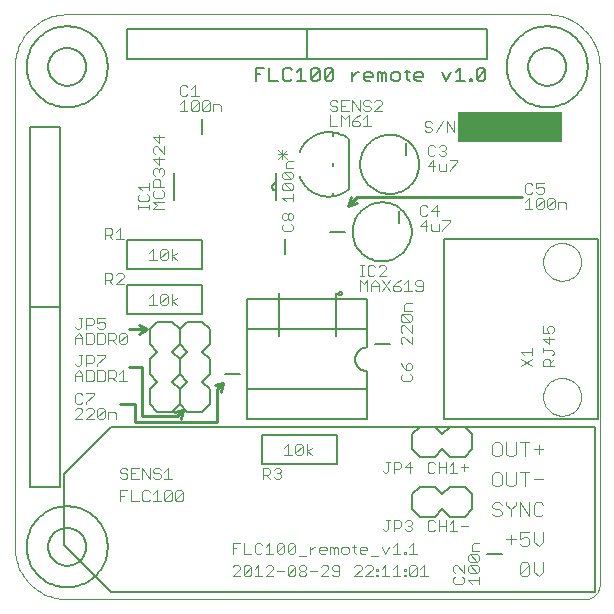
<source format=gto>
G75*
G70*
%OFA0B0*%
%FSLAX24Y24*%
%IPPOS*%
%LPD*%
%AMOC8*
5,1,8,0,0,1.08239X$1,22.5*
%
%ADD10C,0.0000*%
%ADD11C,0.0040*%
%ADD12R,0.3500X0.1000*%
%ADD13C,0.0060*%
%ADD14C,0.0030*%
%ADD15C,0.0100*%
%ADD16C,0.0050*%
%ADD17C,0.0080*%
D10*
X002425Y000675D02*
X019675Y000675D01*
X019719Y000677D01*
X019762Y000683D01*
X019804Y000692D01*
X019846Y000705D01*
X019886Y000722D01*
X019925Y000742D01*
X019962Y000765D01*
X019996Y000792D01*
X020029Y000821D01*
X020058Y000854D01*
X020085Y000888D01*
X020108Y000925D01*
X020128Y000964D01*
X020145Y001004D01*
X020158Y001046D01*
X020167Y001088D01*
X020173Y001131D01*
X020175Y001175D01*
X020175Y018425D01*
X020173Y018508D01*
X020167Y018591D01*
X020157Y018674D01*
X020143Y018756D01*
X020126Y018838D01*
X020104Y018918D01*
X020079Y018997D01*
X020050Y019075D01*
X020017Y019152D01*
X019980Y019227D01*
X019941Y019300D01*
X019897Y019371D01*
X019851Y019440D01*
X019801Y019507D01*
X019748Y019571D01*
X019692Y019633D01*
X019633Y019692D01*
X019571Y019748D01*
X019507Y019801D01*
X019440Y019851D01*
X019371Y019897D01*
X019300Y019941D01*
X019227Y019980D01*
X019152Y020017D01*
X019075Y020050D01*
X018997Y020079D01*
X018918Y020104D01*
X018838Y020126D01*
X018756Y020143D01*
X018674Y020157D01*
X018591Y020167D01*
X018508Y020173D01*
X018425Y020175D01*
X002425Y020175D01*
X002342Y020173D01*
X002259Y020167D01*
X002176Y020157D01*
X002094Y020143D01*
X002012Y020126D01*
X001932Y020104D01*
X001853Y020079D01*
X001775Y020050D01*
X001698Y020017D01*
X001623Y019980D01*
X001550Y019941D01*
X001479Y019897D01*
X001410Y019851D01*
X001343Y019801D01*
X001279Y019748D01*
X001217Y019692D01*
X001158Y019633D01*
X001102Y019571D01*
X001049Y019507D01*
X000999Y019440D01*
X000953Y019371D01*
X000909Y019300D01*
X000870Y019227D01*
X000833Y019152D01*
X000800Y019075D01*
X000771Y018997D01*
X000746Y018918D01*
X000724Y018838D01*
X000707Y018756D01*
X000693Y018674D01*
X000683Y018591D01*
X000677Y018508D01*
X000675Y018425D01*
X000675Y002425D01*
X000677Y002342D01*
X000683Y002259D01*
X000693Y002176D01*
X000707Y002094D01*
X000724Y002012D01*
X000746Y001932D01*
X000771Y001853D01*
X000800Y001775D01*
X000833Y001698D01*
X000870Y001623D01*
X000909Y001550D01*
X000953Y001479D01*
X000999Y001410D01*
X001049Y001343D01*
X001102Y001279D01*
X001158Y001217D01*
X001217Y001158D01*
X001279Y001102D01*
X001343Y001049D01*
X001410Y000999D01*
X001479Y000953D01*
X001550Y000909D01*
X001623Y000870D01*
X001698Y000833D01*
X001775Y000800D01*
X001853Y000771D01*
X001932Y000746D01*
X002012Y000724D01*
X002094Y000707D01*
X002176Y000693D01*
X002259Y000683D01*
X002342Y000677D01*
X002425Y000675D01*
X018295Y007425D02*
X018297Y007475D01*
X018303Y007525D01*
X018313Y007574D01*
X018327Y007622D01*
X018344Y007669D01*
X018365Y007714D01*
X018390Y007758D01*
X018418Y007799D01*
X018450Y007838D01*
X018484Y007875D01*
X018521Y007909D01*
X018561Y007939D01*
X018603Y007966D01*
X018647Y007990D01*
X018693Y008011D01*
X018740Y008027D01*
X018788Y008040D01*
X018838Y008049D01*
X018887Y008054D01*
X018938Y008055D01*
X018988Y008052D01*
X019037Y008045D01*
X019086Y008034D01*
X019134Y008019D01*
X019180Y008001D01*
X019225Y007979D01*
X019268Y007953D01*
X019309Y007924D01*
X019348Y007892D01*
X019384Y007857D01*
X019416Y007819D01*
X019446Y007779D01*
X019473Y007736D01*
X019496Y007692D01*
X019515Y007646D01*
X019531Y007598D01*
X019543Y007549D01*
X019551Y007500D01*
X019555Y007450D01*
X019555Y007400D01*
X019551Y007350D01*
X019543Y007301D01*
X019531Y007252D01*
X019515Y007204D01*
X019496Y007158D01*
X019473Y007114D01*
X019446Y007071D01*
X019416Y007031D01*
X019384Y006993D01*
X019348Y006958D01*
X019309Y006926D01*
X019268Y006897D01*
X019225Y006871D01*
X019180Y006849D01*
X019134Y006831D01*
X019086Y006816D01*
X019037Y006805D01*
X018988Y006798D01*
X018938Y006795D01*
X018887Y006796D01*
X018838Y006801D01*
X018788Y006810D01*
X018740Y006823D01*
X018693Y006839D01*
X018647Y006860D01*
X018603Y006884D01*
X018561Y006911D01*
X018521Y006941D01*
X018484Y006975D01*
X018450Y007012D01*
X018418Y007051D01*
X018390Y007092D01*
X018365Y007136D01*
X018344Y007181D01*
X018327Y007228D01*
X018313Y007276D01*
X018303Y007325D01*
X018297Y007375D01*
X018295Y007425D01*
X018295Y011925D02*
X018297Y011975D01*
X018303Y012025D01*
X018313Y012074D01*
X018327Y012122D01*
X018344Y012169D01*
X018365Y012214D01*
X018390Y012258D01*
X018418Y012299D01*
X018450Y012338D01*
X018484Y012375D01*
X018521Y012409D01*
X018561Y012439D01*
X018603Y012466D01*
X018647Y012490D01*
X018693Y012511D01*
X018740Y012527D01*
X018788Y012540D01*
X018838Y012549D01*
X018887Y012554D01*
X018938Y012555D01*
X018988Y012552D01*
X019037Y012545D01*
X019086Y012534D01*
X019134Y012519D01*
X019180Y012501D01*
X019225Y012479D01*
X019268Y012453D01*
X019309Y012424D01*
X019348Y012392D01*
X019384Y012357D01*
X019416Y012319D01*
X019446Y012279D01*
X019473Y012236D01*
X019496Y012192D01*
X019515Y012146D01*
X019531Y012098D01*
X019543Y012049D01*
X019551Y012000D01*
X019555Y011950D01*
X019555Y011900D01*
X019551Y011850D01*
X019543Y011801D01*
X019531Y011752D01*
X019515Y011704D01*
X019496Y011658D01*
X019473Y011614D01*
X019446Y011571D01*
X019416Y011531D01*
X019384Y011493D01*
X019348Y011458D01*
X019309Y011426D01*
X019268Y011397D01*
X019225Y011371D01*
X019180Y011349D01*
X019134Y011331D01*
X019086Y011316D01*
X019037Y011305D01*
X018988Y011298D01*
X018938Y011295D01*
X018887Y011296D01*
X018838Y011301D01*
X018788Y011310D01*
X018740Y011323D01*
X018693Y011339D01*
X018647Y011360D01*
X018603Y011384D01*
X018561Y011411D01*
X018521Y011441D01*
X018484Y011475D01*
X018450Y011512D01*
X018418Y011551D01*
X018390Y011592D01*
X018365Y011636D01*
X018344Y011681D01*
X018327Y011728D01*
X018313Y011776D01*
X018303Y011825D01*
X018297Y011875D01*
X018295Y011925D01*
D11*
X018243Y014195D02*
X018123Y014195D01*
X018063Y014255D01*
X018063Y014375D02*
X018183Y014435D01*
X018243Y014435D01*
X018304Y014375D01*
X018304Y014255D01*
X018243Y014195D01*
X018063Y014375D02*
X018063Y014555D01*
X018304Y014555D01*
X017935Y014495D02*
X017875Y014555D01*
X017755Y014555D01*
X017695Y014495D01*
X017695Y014255D01*
X017755Y014195D01*
X017875Y014195D01*
X017935Y014255D01*
X015317Y016245D02*
X015317Y016605D01*
X015077Y016605D02*
X015317Y016245D01*
X015077Y016245D02*
X015077Y016605D01*
X014949Y016605D02*
X014708Y016245D01*
X014580Y016305D02*
X014520Y016245D01*
X014400Y016245D01*
X014340Y016305D01*
X014400Y016425D02*
X014520Y016425D01*
X014580Y016365D01*
X014580Y016305D01*
X014400Y016425D02*
X014340Y016485D01*
X014340Y016545D01*
X014400Y016605D01*
X014520Y016605D01*
X014580Y016545D01*
X014625Y015805D02*
X014505Y015805D01*
X014445Y015745D01*
X014445Y015505D01*
X014505Y015445D01*
X014625Y015445D01*
X014685Y015505D01*
X014813Y015505D02*
X014873Y015445D01*
X014993Y015445D01*
X015054Y015505D01*
X015054Y015565D01*
X014993Y015625D01*
X014933Y015625D01*
X014993Y015625D02*
X015054Y015685D01*
X015054Y015745D01*
X014993Y015805D01*
X014873Y015805D01*
X014813Y015745D01*
X014685Y015745D02*
X014625Y015805D01*
X012908Y016945D02*
X012668Y016945D01*
X012908Y017185D01*
X012908Y017245D01*
X012848Y017305D01*
X012728Y017305D01*
X012668Y017245D01*
X012540Y017245D02*
X012480Y017305D01*
X012360Y017305D01*
X012300Y017245D01*
X012300Y017185D01*
X012360Y017125D01*
X012480Y017125D01*
X012540Y017065D01*
X012540Y017005D01*
X012480Y016945D01*
X012360Y016945D01*
X012300Y017005D01*
X012172Y016945D02*
X012172Y017305D01*
X011932Y017305D02*
X011932Y016945D01*
X011804Y016945D02*
X011563Y016945D01*
X011563Y017305D01*
X011804Y017305D01*
X011932Y017305D02*
X012172Y016945D01*
X011683Y017125D02*
X011563Y017125D01*
X011435Y017065D02*
X011435Y017005D01*
X011375Y016945D01*
X011255Y016945D01*
X011195Y017005D01*
X011255Y017125D02*
X011375Y017125D01*
X011435Y017065D01*
X011435Y017245D02*
X011375Y017305D01*
X011255Y017305D01*
X011195Y017245D01*
X011195Y017185D01*
X011255Y017125D01*
X014255Y013805D02*
X014195Y013745D01*
X014195Y013505D01*
X014255Y013445D01*
X014375Y013445D01*
X014435Y013505D01*
X014563Y013625D02*
X014804Y013625D01*
X014743Y013445D02*
X014743Y013805D01*
X014563Y013625D01*
X014435Y013745D02*
X014375Y013805D01*
X014255Y013805D01*
X012989Y011805D02*
X012869Y011805D01*
X012809Y011745D01*
X012681Y011745D02*
X012621Y011805D01*
X012501Y011805D01*
X012441Y011745D01*
X012441Y011505D01*
X012501Y011445D01*
X012621Y011445D01*
X012681Y011505D01*
X012809Y011445D02*
X013049Y011685D01*
X013049Y011745D01*
X012989Y011805D01*
X013049Y011445D02*
X012809Y011445D01*
X012315Y011445D02*
X012195Y011445D01*
X012255Y011445D02*
X012255Y011805D01*
X012195Y011805D02*
X012315Y011805D01*
X009955Y013005D02*
X009955Y013125D01*
X009895Y013185D01*
X009895Y013313D02*
X009835Y013313D01*
X009775Y013373D01*
X009775Y013493D01*
X009835Y013554D01*
X009895Y013554D01*
X009955Y013493D01*
X009955Y013373D01*
X009895Y013313D01*
X009775Y013373D02*
X009715Y013313D01*
X009655Y013313D01*
X009595Y013373D01*
X009595Y013493D01*
X009655Y013554D01*
X009715Y013554D01*
X009775Y013493D01*
X009655Y013185D02*
X009595Y013125D01*
X009595Y013005D01*
X009655Y012945D01*
X009895Y012945D01*
X009955Y013005D01*
X005155Y013695D02*
X005155Y013815D01*
X005155Y013755D02*
X004795Y013755D01*
X004795Y013695D02*
X004795Y013815D01*
X004855Y013941D02*
X005095Y013941D01*
X005155Y014001D01*
X005155Y014121D01*
X005095Y014181D01*
X005155Y014309D02*
X005155Y014549D01*
X005155Y014429D02*
X004795Y014429D01*
X004915Y014309D01*
X004855Y014181D02*
X004795Y014121D01*
X004795Y014001D01*
X004855Y013941D01*
X004183Y013055D02*
X004183Y012695D01*
X004063Y012695D02*
X004304Y012695D01*
X004063Y012935D02*
X004183Y013055D01*
X003935Y012995D02*
X003935Y012875D01*
X003875Y012815D01*
X003695Y012815D01*
X003695Y012695D02*
X003695Y013055D01*
X003875Y013055D01*
X003935Y012995D01*
X003815Y012815D02*
X003935Y012695D01*
X003875Y011555D02*
X003695Y011555D01*
X003695Y011195D01*
X003695Y011315D02*
X003875Y011315D01*
X003935Y011375D01*
X003935Y011495D01*
X003875Y011555D01*
X004063Y011495D02*
X004123Y011555D01*
X004243Y011555D01*
X004304Y011495D01*
X004304Y011435D01*
X004063Y011195D01*
X004304Y011195D01*
X003935Y011195D02*
X003815Y011315D01*
X003672Y010055D02*
X003432Y010055D01*
X003432Y009875D01*
X003552Y009935D01*
X003612Y009935D01*
X003672Y009875D01*
X003672Y009755D01*
X003612Y009695D01*
X003492Y009695D01*
X003432Y009755D01*
X003304Y009875D02*
X003243Y009815D01*
X003063Y009815D01*
X003063Y009695D02*
X003063Y010055D01*
X003243Y010055D01*
X003304Y009995D01*
X003304Y009875D01*
X002935Y010055D02*
X002815Y010055D01*
X002875Y010055D02*
X002875Y009755D01*
X002815Y009695D01*
X002755Y009695D01*
X002695Y009755D01*
X002815Y008805D02*
X002935Y008805D01*
X002875Y008805D02*
X002875Y008505D01*
X002815Y008445D01*
X002755Y008445D01*
X002695Y008505D01*
X003063Y008445D02*
X003063Y008805D01*
X003243Y008805D01*
X003304Y008745D01*
X003304Y008625D01*
X003243Y008565D01*
X003063Y008565D01*
X003432Y008505D02*
X003432Y008445D01*
X003432Y008505D02*
X003672Y008745D01*
X003672Y008805D01*
X003432Y008805D01*
X003304Y007555D02*
X003063Y007555D01*
X002935Y007495D02*
X002875Y007555D01*
X002755Y007555D01*
X002695Y007495D01*
X002695Y007255D01*
X002755Y007195D01*
X002875Y007195D01*
X002935Y007255D01*
X003063Y007255D02*
X003063Y007195D01*
X003063Y007255D02*
X003304Y007495D01*
X003304Y007555D01*
X004255Y005055D02*
X004195Y004995D01*
X004195Y004935D01*
X004255Y004875D01*
X004375Y004875D01*
X004435Y004815D01*
X004435Y004755D01*
X004375Y004695D01*
X004255Y004695D01*
X004195Y004755D01*
X004255Y005055D02*
X004375Y005055D01*
X004435Y004995D01*
X004563Y005055D02*
X004563Y004695D01*
X004804Y004695D01*
X004932Y004695D02*
X004932Y005055D01*
X005172Y004695D01*
X005172Y005055D01*
X005300Y004995D02*
X005360Y005055D01*
X005480Y005055D01*
X005540Y004995D01*
X005480Y004875D02*
X005540Y004815D01*
X005540Y004755D01*
X005480Y004695D01*
X005360Y004695D01*
X005300Y004755D01*
X005360Y004875D02*
X005480Y004875D01*
X005360Y004875D02*
X005300Y004935D01*
X005300Y004995D01*
X005668Y004935D02*
X005788Y005055D01*
X005788Y004695D01*
X005668Y004695D02*
X005908Y004695D01*
X004804Y005055D02*
X004563Y005055D01*
X004563Y004875D02*
X004683Y004875D01*
X008945Y004815D02*
X009125Y004815D01*
X009185Y004875D01*
X009185Y004995D01*
X009125Y005055D01*
X008945Y005055D01*
X008945Y004695D01*
X009065Y004815D02*
X009185Y004695D01*
X009313Y004755D02*
X009373Y004695D01*
X009493Y004695D01*
X009554Y004755D01*
X009554Y004815D01*
X009493Y004875D01*
X009433Y004875D01*
X009493Y004875D02*
X009554Y004935D01*
X009554Y004995D01*
X009493Y005055D01*
X009373Y005055D01*
X009313Y004995D01*
X012945Y004955D02*
X013005Y004895D01*
X013065Y004895D01*
X013125Y004955D01*
X013125Y005255D01*
X013065Y005255D02*
X013185Y005255D01*
X013313Y005255D02*
X013493Y005255D01*
X013554Y005195D01*
X013554Y005075D01*
X013493Y005015D01*
X013313Y005015D01*
X013313Y004895D02*
X013313Y005255D01*
X013682Y005075D02*
X013922Y005075D01*
X013862Y004895D02*
X013862Y005255D01*
X013682Y005075D01*
X013742Y003305D02*
X013862Y003305D01*
X013922Y003245D01*
X013922Y003185D01*
X013862Y003125D01*
X013922Y003065D01*
X013922Y003005D01*
X013862Y002945D01*
X013742Y002945D01*
X013682Y003005D01*
X013802Y003125D02*
X013862Y003125D01*
X013682Y003245D02*
X013742Y003305D01*
X013554Y003245D02*
X013554Y003125D01*
X013493Y003065D01*
X013313Y003065D01*
X013313Y002945D02*
X013313Y003305D01*
X013493Y003305D01*
X013554Y003245D01*
X013185Y003305D02*
X013065Y003305D01*
X013125Y003305D02*
X013125Y003005D01*
X013065Y002945D01*
X013005Y002945D01*
X012945Y003005D01*
X015295Y001743D02*
X015295Y001623D01*
X015355Y001563D01*
X015355Y001435D02*
X015295Y001375D01*
X015295Y001255D01*
X015355Y001195D01*
X015595Y001195D01*
X015655Y001255D01*
X015655Y001375D01*
X015595Y001435D01*
X015655Y001563D02*
X015415Y001804D01*
X015355Y001804D01*
X015295Y001743D01*
X015655Y001804D02*
X015655Y001563D01*
X017064Y002675D02*
X017371Y002675D01*
X017524Y002675D02*
X017678Y002752D01*
X017754Y002752D01*
X017831Y002675D01*
X017831Y002522D01*
X017754Y002445D01*
X017601Y002445D01*
X017524Y002522D01*
X017524Y002675D02*
X017524Y002905D01*
X017831Y002905D01*
X017985Y002905D02*
X017985Y002598D01*
X018138Y002445D01*
X018292Y002598D01*
X018292Y002905D01*
X018215Y003445D02*
X018061Y003445D01*
X017985Y003522D01*
X017985Y003829D01*
X018061Y003905D01*
X018215Y003905D01*
X018292Y003829D01*
X018292Y003522D02*
X018215Y003445D01*
X017831Y003445D02*
X017831Y003905D01*
X017524Y003905D02*
X017831Y003445D01*
X017524Y003445D02*
X017524Y003905D01*
X017371Y003905D02*
X017371Y003829D01*
X017217Y003675D01*
X017217Y003445D01*
X017217Y003675D02*
X017064Y003829D01*
X017064Y003905D01*
X016910Y003829D02*
X016834Y003905D01*
X016680Y003905D01*
X016603Y003829D01*
X016603Y003752D01*
X016680Y003675D01*
X016834Y003675D01*
X016910Y003598D01*
X016910Y003522D01*
X016834Y003445D01*
X016680Y003445D01*
X016603Y003522D01*
X017217Y002829D02*
X017217Y002522D01*
X017601Y001905D02*
X017754Y001905D01*
X017831Y001829D01*
X017524Y001522D01*
X017601Y001445D01*
X017754Y001445D01*
X017831Y001522D01*
X017831Y001829D01*
X017985Y001905D02*
X017985Y001598D01*
X018138Y001445D01*
X018292Y001598D01*
X018292Y001905D01*
X017601Y001905D02*
X017524Y001829D01*
X017524Y001522D01*
X017678Y004445D02*
X017678Y004905D01*
X017831Y004905D02*
X017524Y004905D01*
X017371Y004905D02*
X017371Y004522D01*
X017294Y004445D01*
X017141Y004445D01*
X017064Y004522D01*
X017064Y004905D01*
X016910Y004829D02*
X016834Y004905D01*
X016680Y004905D01*
X016603Y004829D01*
X016603Y004522D01*
X016680Y004445D01*
X016834Y004445D01*
X016910Y004522D01*
X016910Y004829D01*
X016834Y005445D02*
X016680Y005445D01*
X016603Y005522D01*
X016603Y005829D01*
X016680Y005905D01*
X016834Y005905D01*
X016910Y005829D01*
X016910Y005522D01*
X016834Y005445D01*
X017064Y005522D02*
X017141Y005445D01*
X017294Y005445D01*
X017371Y005522D01*
X017371Y005905D01*
X017524Y005905D02*
X017831Y005905D01*
X017678Y005905D02*
X017678Y005445D01*
X017985Y005675D02*
X018292Y005675D01*
X018138Y005829D02*
X018138Y005522D01*
X017985Y004675D02*
X018292Y004675D01*
X017064Y005522D02*
X017064Y005905D01*
X017545Y008445D02*
X017905Y008685D01*
X017905Y008813D02*
X017905Y009054D01*
X017905Y008933D02*
X017545Y008933D01*
X017665Y008813D01*
X017545Y008685D02*
X017905Y008445D01*
X013905Y008493D02*
X013845Y008554D01*
X013785Y008554D01*
X013725Y008493D01*
X013725Y008313D01*
X013845Y008313D01*
X013905Y008373D01*
X013905Y008493D01*
X013725Y008313D02*
X013605Y008433D01*
X013545Y008554D01*
X013605Y008185D02*
X013545Y008125D01*
X013545Y008005D01*
X013605Y007945D01*
X013845Y007945D01*
X013905Y008005D01*
X013905Y008125D01*
X013845Y008185D01*
X006804Y017445D02*
X006563Y017445D01*
X006683Y017445D02*
X006683Y017805D01*
X006563Y017685D01*
X006435Y017745D02*
X006375Y017805D01*
X006255Y017805D01*
X006195Y017745D01*
X006195Y017505D01*
X006255Y017445D01*
X006375Y017445D01*
X006435Y017505D01*
D12*
X017175Y016425D03*
D13*
X016291Y017955D02*
X016145Y017955D01*
X016071Y018028D01*
X016365Y018322D01*
X016365Y018028D01*
X016291Y017955D01*
X016071Y018028D02*
X016071Y018322D01*
X016145Y018395D01*
X016291Y018395D01*
X016365Y018322D01*
X015914Y018028D02*
X015914Y017955D01*
X015841Y017955D01*
X015841Y018028D01*
X015914Y018028D01*
X015674Y017955D02*
X015381Y017955D01*
X015527Y017955D02*
X015527Y018395D01*
X015381Y018249D01*
X015214Y018249D02*
X015067Y017955D01*
X014920Y018249D01*
X014293Y018175D02*
X014293Y018102D01*
X014000Y018102D01*
X014000Y018175D02*
X014000Y018028D01*
X014073Y017955D01*
X014220Y017955D01*
X014293Y018175D02*
X014220Y018249D01*
X014073Y018249D01*
X014000Y018175D01*
X013839Y018249D02*
X013693Y018249D01*
X013766Y018322D02*
X013766Y018028D01*
X013839Y017955D01*
X013526Y018028D02*
X013526Y018175D01*
X013452Y018249D01*
X013306Y018249D01*
X013232Y018175D01*
X013232Y018028D01*
X013306Y017955D01*
X013452Y017955D01*
X013526Y018028D01*
X013065Y017955D02*
X013065Y018175D01*
X012992Y018249D01*
X012919Y018175D01*
X012919Y017955D01*
X012772Y017955D02*
X012772Y018249D01*
X012845Y018249D01*
X012919Y018175D01*
X012605Y018175D02*
X012605Y018102D01*
X012311Y018102D01*
X012311Y018175D02*
X012311Y018028D01*
X012385Y017955D01*
X012532Y017955D01*
X012605Y018175D02*
X012532Y018249D01*
X012385Y018249D01*
X012311Y018175D01*
X012148Y018249D02*
X012075Y018249D01*
X011928Y018102D01*
X011928Y017955D02*
X011928Y018249D01*
X011301Y018322D02*
X011301Y018028D01*
X011227Y017955D01*
X011080Y017955D01*
X011007Y018028D01*
X011301Y018322D01*
X011227Y018395D01*
X011080Y018395D01*
X011007Y018322D01*
X011007Y018028D01*
X010840Y018028D02*
X010840Y018322D01*
X010547Y018028D01*
X010620Y017955D01*
X010767Y017955D01*
X010840Y018028D01*
X010547Y018028D02*
X010547Y018322D01*
X010620Y018395D01*
X010767Y018395D01*
X010840Y018322D01*
X010380Y017955D02*
X010086Y017955D01*
X010233Y017955D02*
X010233Y018395D01*
X010086Y018249D01*
X009919Y018322D02*
X009846Y018395D01*
X009699Y018395D01*
X009626Y018322D01*
X009626Y018028D01*
X009699Y017955D01*
X009846Y017955D01*
X009919Y018028D01*
X009459Y017955D02*
X009165Y017955D01*
X009165Y018395D01*
X008999Y018395D02*
X008705Y018395D01*
X008705Y017955D01*
X008705Y018175D02*
X008852Y018175D01*
X009375Y014875D02*
X009375Y014545D01*
X009375Y014305D01*
X009375Y013975D01*
X009375Y014305D02*
X009354Y014307D01*
X009334Y014312D01*
X009315Y014321D01*
X009298Y014333D01*
X009283Y014348D01*
X009271Y014365D01*
X009262Y014384D01*
X009257Y014404D01*
X009255Y014425D01*
X009257Y014446D01*
X009262Y014466D01*
X009271Y014485D01*
X009283Y014502D01*
X009298Y014517D01*
X009315Y014529D01*
X009334Y014538D01*
X009354Y014543D01*
X009375Y014545D01*
X005975Y014875D02*
X005975Y013975D01*
X009475Y010885D02*
X009475Y009465D01*
X008425Y009675D02*
X008425Y010675D01*
X012425Y010675D01*
X012425Y009675D01*
X012425Y009075D01*
X012386Y009073D01*
X012347Y009067D01*
X012309Y009058D01*
X012272Y009045D01*
X012236Y009028D01*
X012203Y009008D01*
X012171Y008984D01*
X012142Y008958D01*
X012116Y008929D01*
X012092Y008897D01*
X012072Y008864D01*
X012055Y008828D01*
X012042Y008791D01*
X012033Y008753D01*
X012027Y008714D01*
X012025Y008675D01*
X012027Y008636D01*
X012033Y008597D01*
X012042Y008559D01*
X012055Y008522D01*
X012072Y008486D01*
X012092Y008453D01*
X012116Y008421D01*
X012142Y008392D01*
X012171Y008366D01*
X012203Y008342D01*
X012236Y008322D01*
X012272Y008305D01*
X012309Y008292D01*
X012347Y008283D01*
X012386Y008277D01*
X012425Y008275D01*
X012425Y007675D02*
X008425Y007675D01*
X008425Y009675D01*
X012425Y009675D01*
X011375Y009465D02*
X011375Y010885D01*
X012425Y007675D02*
X012425Y006675D01*
X008425Y006675D01*
X008425Y007675D01*
X001075Y002425D02*
X001077Y002498D01*
X001083Y002571D01*
X001093Y002643D01*
X001107Y002715D01*
X001124Y002786D01*
X001146Y002856D01*
X001171Y002925D01*
X001200Y002992D01*
X001232Y003057D01*
X001268Y003121D01*
X001308Y003183D01*
X001350Y003242D01*
X001396Y003299D01*
X001445Y003353D01*
X001497Y003405D01*
X001551Y003454D01*
X001608Y003500D01*
X001667Y003542D01*
X001729Y003582D01*
X001793Y003618D01*
X001858Y003650D01*
X001925Y003679D01*
X001994Y003704D01*
X002064Y003726D01*
X002135Y003743D01*
X002207Y003757D01*
X002279Y003767D01*
X002352Y003773D01*
X002425Y003775D01*
X002498Y003773D01*
X002571Y003767D01*
X002643Y003757D01*
X002715Y003743D01*
X002786Y003726D01*
X002856Y003704D01*
X002925Y003679D01*
X002992Y003650D01*
X003057Y003618D01*
X003121Y003582D01*
X003183Y003542D01*
X003242Y003500D01*
X003299Y003454D01*
X003353Y003405D01*
X003405Y003353D01*
X003454Y003299D01*
X003500Y003242D01*
X003542Y003183D01*
X003582Y003121D01*
X003618Y003057D01*
X003650Y002992D01*
X003679Y002925D01*
X003704Y002856D01*
X003726Y002786D01*
X003743Y002715D01*
X003757Y002643D01*
X003767Y002571D01*
X003773Y002498D01*
X003775Y002425D01*
X003773Y002352D01*
X003767Y002279D01*
X003757Y002207D01*
X003743Y002135D01*
X003726Y002064D01*
X003704Y001994D01*
X003679Y001925D01*
X003650Y001858D01*
X003618Y001793D01*
X003582Y001729D01*
X003542Y001667D01*
X003500Y001608D01*
X003454Y001551D01*
X003405Y001497D01*
X003353Y001445D01*
X003299Y001396D01*
X003242Y001350D01*
X003183Y001308D01*
X003121Y001268D01*
X003057Y001232D01*
X002992Y001200D01*
X002925Y001171D01*
X002856Y001146D01*
X002786Y001124D01*
X002715Y001107D01*
X002643Y001093D01*
X002571Y001083D01*
X002498Y001077D01*
X002425Y001075D01*
X002352Y001077D01*
X002279Y001083D01*
X002207Y001093D01*
X002135Y001107D01*
X002064Y001124D01*
X001994Y001146D01*
X001925Y001171D01*
X001858Y001200D01*
X001793Y001232D01*
X001729Y001268D01*
X001667Y001308D01*
X001608Y001350D01*
X001551Y001396D01*
X001497Y001445D01*
X001445Y001497D01*
X001396Y001551D01*
X001350Y001608D01*
X001308Y001667D01*
X001268Y001729D01*
X001232Y001793D01*
X001200Y001858D01*
X001171Y001925D01*
X001146Y001994D01*
X001124Y002064D01*
X001107Y002135D01*
X001093Y002207D01*
X001083Y002279D01*
X001077Y002352D01*
X001075Y002425D01*
X001075Y018425D02*
X001077Y018498D01*
X001083Y018571D01*
X001093Y018643D01*
X001107Y018715D01*
X001124Y018786D01*
X001146Y018856D01*
X001171Y018925D01*
X001200Y018992D01*
X001232Y019057D01*
X001268Y019121D01*
X001308Y019183D01*
X001350Y019242D01*
X001396Y019299D01*
X001445Y019353D01*
X001497Y019405D01*
X001551Y019454D01*
X001608Y019500D01*
X001667Y019542D01*
X001729Y019582D01*
X001793Y019618D01*
X001858Y019650D01*
X001925Y019679D01*
X001994Y019704D01*
X002064Y019726D01*
X002135Y019743D01*
X002207Y019757D01*
X002279Y019767D01*
X002352Y019773D01*
X002425Y019775D01*
X002498Y019773D01*
X002571Y019767D01*
X002643Y019757D01*
X002715Y019743D01*
X002786Y019726D01*
X002856Y019704D01*
X002925Y019679D01*
X002992Y019650D01*
X003057Y019618D01*
X003121Y019582D01*
X003183Y019542D01*
X003242Y019500D01*
X003299Y019454D01*
X003353Y019405D01*
X003405Y019353D01*
X003454Y019299D01*
X003500Y019242D01*
X003542Y019183D01*
X003582Y019121D01*
X003618Y019057D01*
X003650Y018992D01*
X003679Y018925D01*
X003704Y018856D01*
X003726Y018786D01*
X003743Y018715D01*
X003757Y018643D01*
X003767Y018571D01*
X003773Y018498D01*
X003775Y018425D01*
X003773Y018352D01*
X003767Y018279D01*
X003757Y018207D01*
X003743Y018135D01*
X003726Y018064D01*
X003704Y017994D01*
X003679Y017925D01*
X003650Y017858D01*
X003618Y017793D01*
X003582Y017729D01*
X003542Y017667D01*
X003500Y017608D01*
X003454Y017551D01*
X003405Y017497D01*
X003353Y017445D01*
X003299Y017396D01*
X003242Y017350D01*
X003183Y017308D01*
X003121Y017268D01*
X003057Y017232D01*
X002992Y017200D01*
X002925Y017171D01*
X002856Y017146D01*
X002786Y017124D01*
X002715Y017107D01*
X002643Y017093D01*
X002571Y017083D01*
X002498Y017077D01*
X002425Y017075D01*
X002352Y017077D01*
X002279Y017083D01*
X002207Y017093D01*
X002135Y017107D01*
X002064Y017124D01*
X001994Y017146D01*
X001925Y017171D01*
X001858Y017200D01*
X001793Y017232D01*
X001729Y017268D01*
X001667Y017308D01*
X001608Y017350D01*
X001551Y017396D01*
X001497Y017445D01*
X001445Y017497D01*
X001396Y017551D01*
X001350Y017608D01*
X001308Y017667D01*
X001268Y017729D01*
X001232Y017793D01*
X001200Y017858D01*
X001171Y017925D01*
X001146Y017994D01*
X001124Y018064D01*
X001107Y018135D01*
X001093Y018207D01*
X001083Y018279D01*
X001077Y018352D01*
X001075Y018425D01*
X017075Y018425D02*
X017077Y018498D01*
X017083Y018571D01*
X017093Y018643D01*
X017107Y018715D01*
X017124Y018786D01*
X017146Y018856D01*
X017171Y018925D01*
X017200Y018992D01*
X017232Y019057D01*
X017268Y019121D01*
X017308Y019183D01*
X017350Y019242D01*
X017396Y019299D01*
X017445Y019353D01*
X017497Y019405D01*
X017551Y019454D01*
X017608Y019500D01*
X017667Y019542D01*
X017729Y019582D01*
X017793Y019618D01*
X017858Y019650D01*
X017925Y019679D01*
X017994Y019704D01*
X018064Y019726D01*
X018135Y019743D01*
X018207Y019757D01*
X018279Y019767D01*
X018352Y019773D01*
X018425Y019775D01*
X018498Y019773D01*
X018571Y019767D01*
X018643Y019757D01*
X018715Y019743D01*
X018786Y019726D01*
X018856Y019704D01*
X018925Y019679D01*
X018992Y019650D01*
X019057Y019618D01*
X019121Y019582D01*
X019183Y019542D01*
X019242Y019500D01*
X019299Y019454D01*
X019353Y019405D01*
X019405Y019353D01*
X019454Y019299D01*
X019500Y019242D01*
X019542Y019183D01*
X019582Y019121D01*
X019618Y019057D01*
X019650Y018992D01*
X019679Y018925D01*
X019704Y018856D01*
X019726Y018786D01*
X019743Y018715D01*
X019757Y018643D01*
X019767Y018571D01*
X019773Y018498D01*
X019775Y018425D01*
X019773Y018352D01*
X019767Y018279D01*
X019757Y018207D01*
X019743Y018135D01*
X019726Y018064D01*
X019704Y017994D01*
X019679Y017925D01*
X019650Y017858D01*
X019618Y017793D01*
X019582Y017729D01*
X019542Y017667D01*
X019500Y017608D01*
X019454Y017551D01*
X019405Y017497D01*
X019353Y017445D01*
X019299Y017396D01*
X019242Y017350D01*
X019183Y017308D01*
X019121Y017268D01*
X019057Y017232D01*
X018992Y017200D01*
X018925Y017171D01*
X018856Y017146D01*
X018786Y017124D01*
X018715Y017107D01*
X018643Y017093D01*
X018571Y017083D01*
X018498Y017077D01*
X018425Y017075D01*
X018352Y017077D01*
X018279Y017083D01*
X018207Y017093D01*
X018135Y017107D01*
X018064Y017124D01*
X017994Y017146D01*
X017925Y017171D01*
X017858Y017200D01*
X017793Y017232D01*
X017729Y017268D01*
X017667Y017308D01*
X017608Y017350D01*
X017551Y017396D01*
X017497Y017445D01*
X017445Y017497D01*
X017396Y017551D01*
X017350Y017608D01*
X017308Y017667D01*
X017268Y017729D01*
X017232Y017793D01*
X017200Y017858D01*
X017171Y017925D01*
X017146Y017994D01*
X017124Y018064D01*
X017107Y018135D01*
X017093Y018207D01*
X017083Y018279D01*
X017077Y018352D01*
X017075Y018425D01*
D14*
X015424Y015310D02*
X015177Y015310D01*
X015055Y015187D02*
X015055Y014940D01*
X014870Y014940D01*
X014808Y015002D01*
X014808Y015187D01*
X014687Y015125D02*
X014440Y015125D01*
X014625Y015310D01*
X014625Y014940D01*
X015177Y014940D02*
X015177Y015002D01*
X015424Y015249D01*
X015424Y015310D01*
X017690Y013937D02*
X017813Y014060D01*
X017813Y013690D01*
X017690Y013690D02*
X017937Y013690D01*
X018058Y013752D02*
X018305Y013999D01*
X018305Y013752D01*
X018243Y013690D01*
X018120Y013690D01*
X018058Y013752D01*
X018058Y013999D01*
X018120Y014060D01*
X018243Y014060D01*
X018305Y013999D01*
X018427Y013999D02*
X018488Y014060D01*
X018612Y014060D01*
X018674Y013999D01*
X018427Y013752D01*
X018488Y013690D01*
X018612Y013690D01*
X018674Y013752D01*
X018674Y013999D01*
X018795Y013937D02*
X018980Y013937D01*
X019042Y013875D01*
X019042Y013690D01*
X018795Y013690D02*
X018795Y013937D01*
X018427Y013999D02*
X018427Y013752D01*
X015174Y013310D02*
X015174Y013249D01*
X014927Y013002D01*
X014927Y012940D01*
X014805Y012940D02*
X014805Y013187D01*
X014927Y013310D02*
X015174Y013310D01*
X014805Y012940D02*
X014620Y012940D01*
X014558Y013002D01*
X014558Y013187D01*
X014437Y013125D02*
X014190Y013125D01*
X014375Y013310D01*
X014375Y012940D01*
X014217Y011310D02*
X014093Y011310D01*
X014032Y011249D01*
X014032Y011187D01*
X014093Y011125D01*
X014278Y011125D01*
X014278Y011002D02*
X014278Y011249D01*
X014217Y011310D01*
X013787Y011310D02*
X013787Y010940D01*
X013910Y010940D02*
X013663Y010940D01*
X013542Y011002D02*
X013542Y011063D01*
X013480Y011125D01*
X013295Y011125D01*
X013295Y011002D01*
X013357Y010940D01*
X013480Y010940D01*
X013542Y011002D01*
X013663Y011187D02*
X013787Y011310D01*
X013542Y011310D02*
X013418Y011249D01*
X013295Y011125D01*
X013174Y010940D02*
X012927Y011310D01*
X012805Y011187D02*
X012805Y010940D01*
X012927Y010940D02*
X013174Y011310D01*
X012805Y011187D02*
X012682Y011310D01*
X012558Y011187D01*
X012558Y010940D01*
X012437Y010940D02*
X012437Y011310D01*
X012313Y011187D01*
X012190Y011310D01*
X012190Y010940D01*
X012558Y011125D02*
X012805Y011125D01*
X013663Y010480D02*
X013663Y010295D01*
X013910Y010295D01*
X013848Y010174D02*
X013601Y010174D01*
X013848Y009927D01*
X013910Y009988D01*
X013910Y010112D01*
X013848Y010174D01*
X013601Y010174D02*
X013540Y010112D01*
X013540Y009988D01*
X013601Y009927D01*
X013848Y009927D01*
X013910Y009805D02*
X013910Y009558D01*
X013663Y009805D01*
X013601Y009805D01*
X013540Y009743D01*
X013540Y009620D01*
X013601Y009558D01*
X013601Y009437D02*
X013540Y009375D01*
X013540Y009252D01*
X013601Y009190D01*
X013601Y009437D02*
X013663Y009437D01*
X013910Y009190D01*
X013910Y009437D01*
X013663Y010480D02*
X013725Y010542D01*
X013910Y010542D01*
X014093Y010940D02*
X014217Y010940D01*
X014278Y011002D01*
X014093Y010940D02*
X014032Y011002D01*
X018290Y009792D02*
X018290Y009545D01*
X018475Y009545D01*
X018413Y009668D01*
X018413Y009730D01*
X018475Y009792D01*
X018598Y009792D01*
X018660Y009730D01*
X018660Y009607D01*
X018598Y009545D01*
X018475Y009424D02*
X018475Y009177D01*
X018290Y009362D01*
X018660Y009362D01*
X018598Y008993D02*
X018290Y008993D01*
X018290Y008932D02*
X018290Y009055D01*
X018598Y008993D02*
X018660Y008932D01*
X018660Y008870D01*
X018598Y008808D01*
X018660Y008687D02*
X018537Y008563D01*
X018537Y008625D02*
X018537Y008440D01*
X018660Y008440D02*
X018290Y008440D01*
X018290Y008625D01*
X018351Y008687D01*
X018475Y008687D01*
X018537Y008625D01*
X015300Y005260D02*
X015300Y004890D01*
X015177Y004890D02*
X015424Y004890D01*
X015545Y005075D02*
X015792Y005075D01*
X015668Y004952D02*
X015668Y005199D01*
X015300Y005260D02*
X015177Y005137D01*
X015055Y005075D02*
X014808Y005075D01*
X014687Y004952D02*
X014625Y004890D01*
X014502Y004890D01*
X014440Y004952D01*
X014440Y005199D01*
X014502Y005260D01*
X014625Y005260D01*
X014687Y005199D01*
X014808Y005260D02*
X014808Y004890D01*
X015055Y004890D02*
X015055Y005260D01*
X015055Y003310D02*
X015055Y002940D01*
X015177Y002940D02*
X015424Y002940D01*
X015300Y002940D02*
X015300Y003310D01*
X015177Y003187D01*
X015055Y003125D02*
X014808Y003125D01*
X014687Y003002D02*
X014625Y002940D01*
X014502Y002940D01*
X014440Y003002D01*
X014440Y003249D01*
X014502Y003310D01*
X014625Y003310D01*
X014687Y003249D01*
X014808Y003310D02*
X014808Y002940D01*
X015545Y003125D02*
X015792Y003125D01*
X015975Y002542D02*
X016160Y002542D01*
X015975Y002542D02*
X015913Y002480D01*
X015913Y002295D01*
X016160Y002295D01*
X016098Y002174D02*
X016160Y002112D01*
X016160Y001988D01*
X016098Y001927D01*
X015851Y002174D01*
X016098Y002174D01*
X016098Y001927D02*
X015851Y001927D01*
X015790Y001988D01*
X015790Y002112D01*
X015851Y002174D01*
X015851Y001805D02*
X016098Y001558D01*
X016160Y001620D01*
X016160Y001743D01*
X016098Y001805D01*
X015851Y001805D01*
X015790Y001743D01*
X015790Y001620D01*
X015851Y001558D01*
X016098Y001558D01*
X016160Y001437D02*
X016160Y001190D01*
X016160Y001313D02*
X015790Y001313D01*
X015913Y001190D01*
X014448Y001440D02*
X014201Y001440D01*
X014325Y001440D02*
X014325Y001810D01*
X014201Y001687D01*
X014080Y001749D02*
X013833Y001502D01*
X013895Y001440D01*
X014018Y001440D01*
X014080Y001502D01*
X014080Y001749D01*
X014018Y001810D01*
X013895Y001810D01*
X013833Y001749D01*
X013833Y001502D01*
X013711Y001502D02*
X013711Y001440D01*
X013649Y001440D01*
X013649Y001502D01*
X013711Y001502D01*
X013711Y001625D02*
X013649Y001625D01*
X013649Y001687D01*
X013711Y001687D01*
X013711Y001625D01*
X013527Y001440D02*
X013281Y001440D01*
X013159Y001440D02*
X012912Y001440D01*
X012790Y001440D02*
X012790Y001502D01*
X012728Y001502D01*
X012728Y001440D01*
X012790Y001440D01*
X012607Y001440D02*
X012360Y001440D01*
X012607Y001687D01*
X012607Y001749D01*
X012545Y001810D01*
X012421Y001810D01*
X012360Y001749D01*
X012238Y001749D02*
X012177Y001810D01*
X012053Y001810D01*
X011991Y001749D01*
X012238Y001749D02*
X012238Y001687D01*
X011991Y001440D01*
X012238Y001440D01*
X012728Y001625D02*
X012728Y001687D01*
X012790Y001687D01*
X012790Y001625D01*
X012728Y001625D01*
X012912Y001687D02*
X013036Y001810D01*
X013036Y001440D01*
X013281Y001687D02*
X013404Y001810D01*
X013404Y001440D01*
X013404Y002190D02*
X013404Y002560D01*
X013281Y002437D01*
X013159Y002437D02*
X013036Y002190D01*
X012912Y002437D01*
X012791Y002128D02*
X012544Y002128D01*
X012361Y002190D02*
X012237Y002190D01*
X012176Y002252D01*
X012176Y002375D01*
X012237Y002437D01*
X012361Y002437D01*
X012422Y002375D01*
X012422Y002313D01*
X012176Y002313D01*
X012054Y002190D02*
X011992Y002252D01*
X011992Y002499D01*
X011930Y002437D02*
X012054Y002437D01*
X011809Y002375D02*
X011809Y002252D01*
X011747Y002190D01*
X011623Y002190D01*
X011562Y002252D01*
X011562Y002375D01*
X011623Y002437D01*
X011747Y002437D01*
X011809Y002375D01*
X011440Y002375D02*
X011440Y002190D01*
X011317Y002190D02*
X011317Y002375D01*
X011379Y002437D01*
X011440Y002375D01*
X011317Y002375D02*
X011255Y002437D01*
X011193Y002437D01*
X011193Y002190D01*
X011072Y002313D02*
X010825Y002313D01*
X010825Y002252D02*
X010825Y002375D01*
X010887Y002437D01*
X011010Y002437D01*
X011072Y002375D01*
X011072Y002313D01*
X011010Y002190D02*
X010887Y002190D01*
X010825Y002252D01*
X010703Y002437D02*
X010642Y002437D01*
X010518Y002313D01*
X010518Y002190D02*
X010518Y002437D01*
X010397Y002128D02*
X010150Y002128D01*
X010028Y002252D02*
X009967Y002190D01*
X009843Y002190D01*
X009782Y002252D01*
X010028Y002499D01*
X010028Y002252D01*
X010028Y002499D02*
X009967Y002560D01*
X009843Y002560D01*
X009782Y002499D01*
X009782Y002252D01*
X009660Y002252D02*
X009598Y002190D01*
X009475Y002190D01*
X009413Y002252D01*
X009660Y002499D01*
X009660Y002252D01*
X009660Y002499D02*
X009598Y002560D01*
X009475Y002560D01*
X009413Y002499D01*
X009413Y002252D01*
X009292Y002190D02*
X009045Y002190D01*
X009168Y002190D02*
X009168Y002560D01*
X009045Y002437D01*
X008924Y002499D02*
X008862Y002560D01*
X008738Y002560D01*
X008677Y002499D01*
X008677Y002252D01*
X008738Y002190D01*
X008862Y002190D01*
X008924Y002252D01*
X008555Y002190D02*
X008308Y002190D01*
X008308Y002560D01*
X008187Y002560D02*
X007940Y002560D01*
X007940Y002190D01*
X007940Y002375D02*
X008063Y002375D01*
X008002Y001810D02*
X007940Y001749D01*
X008002Y001810D02*
X008125Y001810D01*
X008187Y001749D01*
X008187Y001687D01*
X007940Y001440D01*
X008187Y001440D01*
X008308Y001502D02*
X008370Y001440D01*
X008493Y001440D01*
X008555Y001502D01*
X008555Y001749D01*
X008308Y001502D01*
X008308Y001749D01*
X008370Y001810D01*
X008493Y001810D01*
X008555Y001749D01*
X008677Y001687D02*
X008800Y001810D01*
X008800Y001440D01*
X008677Y001440D02*
X008924Y001440D01*
X009045Y001440D02*
X009292Y001687D01*
X009292Y001749D01*
X009230Y001810D01*
X009107Y001810D01*
X009045Y001749D01*
X009045Y001440D02*
X009292Y001440D01*
X009413Y001625D02*
X009660Y001625D01*
X009782Y001502D02*
X010028Y001749D01*
X010028Y001502D01*
X009967Y001440D01*
X009843Y001440D01*
X009782Y001502D01*
X009782Y001749D01*
X009843Y001810D01*
X009967Y001810D01*
X010028Y001749D01*
X010150Y001749D02*
X010150Y001687D01*
X010212Y001625D01*
X010335Y001625D01*
X010397Y001563D01*
X010397Y001502D01*
X010335Y001440D01*
X010212Y001440D01*
X010150Y001502D01*
X010150Y001563D01*
X010212Y001625D01*
X010335Y001625D02*
X010397Y001687D01*
X010397Y001749D01*
X010335Y001810D01*
X010212Y001810D01*
X010150Y001749D01*
X010518Y001625D02*
X010765Y001625D01*
X010887Y001749D02*
X010948Y001810D01*
X011072Y001810D01*
X011133Y001749D01*
X011133Y001687D01*
X010887Y001440D01*
X011133Y001440D01*
X011255Y001502D02*
X011317Y001440D01*
X011440Y001440D01*
X011502Y001502D01*
X011502Y001749D01*
X011440Y001810D01*
X011317Y001810D01*
X011255Y001749D01*
X011255Y001687D01*
X011317Y001625D01*
X011502Y001625D01*
X013281Y002190D02*
X013527Y002190D01*
X013649Y002190D02*
X013711Y002190D01*
X013711Y002252D01*
X013649Y002252D01*
X013649Y002190D01*
X013833Y002190D02*
X014080Y002190D01*
X013956Y002190D02*
X013956Y002560D01*
X013833Y002437D01*
X010590Y005490D02*
X010405Y005613D01*
X010590Y005737D01*
X010405Y005860D02*
X010405Y005490D01*
X010283Y005552D02*
X010222Y005490D01*
X010098Y005490D01*
X010037Y005552D01*
X010283Y005799D01*
X010283Y005552D01*
X010037Y005552D02*
X010037Y005799D01*
X010098Y005860D01*
X010222Y005860D01*
X010283Y005799D01*
X009915Y005490D02*
X009668Y005490D01*
X009792Y005490D02*
X009792Y005860D01*
X009668Y005737D01*
X006278Y004249D02*
X006278Y004002D01*
X006217Y003940D01*
X006093Y003940D01*
X006032Y004002D01*
X006278Y004249D01*
X006217Y004310D01*
X006093Y004310D01*
X006032Y004249D01*
X006032Y004002D01*
X005910Y004002D02*
X005848Y003940D01*
X005725Y003940D01*
X005663Y004002D01*
X005910Y004249D01*
X005910Y004002D01*
X005910Y004249D02*
X005848Y004310D01*
X005725Y004310D01*
X005663Y004249D01*
X005663Y004002D01*
X005542Y003940D02*
X005295Y003940D01*
X005418Y003940D02*
X005418Y004310D01*
X005295Y004187D01*
X005174Y004249D02*
X005112Y004310D01*
X004988Y004310D01*
X004927Y004249D01*
X004927Y004002D01*
X004988Y003940D01*
X005112Y003940D01*
X005174Y004002D01*
X004805Y003940D02*
X004558Y003940D01*
X004558Y004310D01*
X004437Y004310D02*
X004190Y004310D01*
X004190Y003940D01*
X004190Y004125D02*
X004313Y004125D01*
X004042Y006690D02*
X004042Y006875D01*
X003980Y006937D01*
X003795Y006937D01*
X003795Y006690D01*
X003674Y006752D02*
X003674Y006999D01*
X003427Y006752D01*
X003488Y006690D01*
X003612Y006690D01*
X003674Y006752D01*
X003674Y006999D02*
X003612Y007060D01*
X003488Y007060D01*
X003427Y006999D01*
X003427Y006752D01*
X003305Y006690D02*
X003058Y006690D01*
X003305Y006937D01*
X003305Y006999D01*
X003243Y007060D01*
X003120Y007060D01*
X003058Y006999D01*
X002937Y006999D02*
X002875Y007060D01*
X002752Y007060D01*
X002690Y006999D01*
X002937Y006999D02*
X002937Y006937D01*
X002690Y006690D01*
X002937Y006690D01*
X002937Y007940D02*
X002937Y008187D01*
X002813Y008310D01*
X002690Y008187D01*
X002690Y007940D01*
X002690Y008125D02*
X002937Y008125D01*
X003058Y008310D02*
X003058Y007940D01*
X003243Y007940D01*
X003305Y008002D01*
X003305Y008249D01*
X003243Y008310D01*
X003058Y008310D01*
X003427Y008310D02*
X003427Y007940D01*
X003612Y007940D01*
X003674Y008002D01*
X003674Y008249D01*
X003612Y008310D01*
X003427Y008310D01*
X003795Y008310D02*
X003795Y007940D01*
X003795Y008063D02*
X003980Y008063D01*
X004042Y008125D01*
X004042Y008249D01*
X003980Y008310D01*
X003795Y008310D01*
X003918Y008063D02*
X004042Y007940D01*
X004163Y007940D02*
X004410Y007940D01*
X004287Y007940D02*
X004287Y008310D01*
X004163Y008187D01*
X004225Y009190D02*
X004163Y009252D01*
X004410Y009499D01*
X004410Y009252D01*
X004348Y009190D01*
X004225Y009190D01*
X004163Y009252D02*
X004163Y009499D01*
X004225Y009560D01*
X004348Y009560D01*
X004410Y009499D01*
X004042Y009499D02*
X004042Y009375D01*
X003980Y009313D01*
X003795Y009313D01*
X003795Y009190D02*
X003795Y009560D01*
X003980Y009560D01*
X004042Y009499D01*
X003918Y009313D02*
X004042Y009190D01*
X003674Y009252D02*
X003674Y009499D01*
X003612Y009560D01*
X003427Y009560D01*
X003427Y009190D01*
X003612Y009190D01*
X003674Y009252D01*
X003305Y009252D02*
X003305Y009499D01*
X003243Y009560D01*
X003058Y009560D01*
X003058Y009190D01*
X003243Y009190D01*
X003305Y009252D01*
X002937Y009190D02*
X002937Y009437D01*
X002813Y009560D01*
X002690Y009437D01*
X002690Y009190D01*
X002690Y009375D02*
X002937Y009375D01*
X005168Y010490D02*
X005415Y010490D01*
X005292Y010490D02*
X005292Y010860D01*
X005168Y010737D01*
X005537Y010799D02*
X005537Y010552D01*
X005783Y010799D01*
X005783Y010552D01*
X005722Y010490D01*
X005598Y010490D01*
X005537Y010552D01*
X005537Y010799D02*
X005598Y010860D01*
X005722Y010860D01*
X005783Y010799D01*
X005905Y010860D02*
X005905Y010490D01*
X005905Y010613D02*
X006090Y010737D01*
X005905Y010613D02*
X006090Y010490D01*
X006090Y011990D02*
X005905Y012113D01*
X006090Y012237D01*
X005905Y012360D02*
X005905Y011990D01*
X005783Y012052D02*
X005783Y012299D01*
X005537Y012052D01*
X005598Y011990D01*
X005722Y011990D01*
X005783Y012052D01*
X005537Y012052D02*
X005537Y012299D01*
X005598Y012360D01*
X005722Y012360D01*
X005783Y012299D01*
X005415Y011990D02*
X005168Y011990D01*
X005292Y011990D02*
X005292Y012360D01*
X005168Y012237D01*
X005290Y013690D02*
X005413Y013813D01*
X005290Y013937D01*
X005660Y013937D01*
X005598Y014058D02*
X005660Y014120D01*
X005660Y014243D01*
X005598Y014305D01*
X005537Y014427D02*
X005537Y014612D01*
X005475Y014674D01*
X005351Y014674D01*
X005290Y014612D01*
X005290Y014427D01*
X005660Y014427D01*
X005598Y014795D02*
X005660Y014857D01*
X005660Y014980D01*
X005598Y015042D01*
X005537Y015042D01*
X005475Y014980D01*
X005475Y014918D01*
X005475Y014980D02*
X005413Y015042D01*
X005351Y015042D01*
X005290Y014980D01*
X005290Y014857D01*
X005351Y014795D01*
X005475Y015163D02*
X005475Y015410D01*
X005351Y015532D02*
X005290Y015593D01*
X005290Y015717D01*
X005351Y015778D01*
X005413Y015778D01*
X005660Y015532D01*
X005660Y015778D01*
X005475Y015900D02*
X005475Y016147D01*
X005660Y016085D02*
X005290Y016085D01*
X005475Y015900D01*
X005660Y015348D02*
X005290Y015348D01*
X005475Y015163D01*
X005351Y014305D02*
X005290Y014243D01*
X005290Y014120D01*
X005351Y014058D01*
X005598Y014058D01*
X005660Y013690D02*
X005290Y013690D01*
X006190Y016940D02*
X006437Y016940D01*
X006313Y016940D02*
X006313Y017310D01*
X006190Y017187D01*
X006558Y017249D02*
X006558Y017002D01*
X006805Y017249D01*
X006805Y017002D01*
X006743Y016940D01*
X006620Y016940D01*
X006558Y017002D01*
X006558Y017249D02*
X006620Y017310D01*
X006743Y017310D01*
X006805Y017249D01*
X006927Y017249D02*
X006988Y017310D01*
X007112Y017310D01*
X007174Y017249D01*
X006927Y017002D01*
X006988Y016940D01*
X007112Y016940D01*
X007174Y017002D01*
X007174Y017249D01*
X007295Y017187D02*
X007295Y016940D01*
X007542Y016940D02*
X007542Y017125D01*
X007480Y017187D01*
X007295Y017187D01*
X006927Y017249D02*
X006927Y017002D01*
X009438Y015670D02*
X009752Y015356D01*
X009775Y015292D02*
X009960Y015292D01*
X009775Y015292D02*
X009713Y015230D01*
X009713Y015045D01*
X009960Y015045D01*
X009898Y014924D02*
X009651Y014924D01*
X009898Y014677D01*
X009960Y014738D01*
X009960Y014862D01*
X009898Y014924D01*
X009651Y014924D02*
X009590Y014862D01*
X009590Y014738D01*
X009651Y014677D01*
X009898Y014677D01*
X009898Y014555D02*
X009651Y014555D01*
X009898Y014308D01*
X009960Y014370D01*
X009960Y014493D01*
X009898Y014555D01*
X009651Y014555D02*
X009590Y014493D01*
X009590Y014370D01*
X009651Y014308D01*
X009898Y014308D01*
X009960Y014187D02*
X009960Y013940D01*
X009960Y014063D02*
X009590Y014063D01*
X009713Y013940D01*
X009595Y015356D02*
X009595Y015670D01*
X009752Y015670D02*
X009438Y015356D01*
X009438Y015513D02*
X009752Y015513D01*
X011190Y016440D02*
X011190Y016810D01*
X011558Y016810D02*
X011558Y016440D01*
X011437Y016440D02*
X011190Y016440D01*
X011558Y016810D02*
X011682Y016687D01*
X011805Y016810D01*
X011805Y016440D01*
X011927Y016502D02*
X011988Y016440D01*
X012112Y016440D01*
X012174Y016502D01*
X012174Y016563D01*
X012112Y016625D01*
X011927Y016625D01*
X011927Y016502D01*
X011927Y016625D02*
X012050Y016749D01*
X012174Y016810D01*
X012295Y016687D02*
X012418Y016810D01*
X012418Y016440D01*
X012295Y016440D02*
X012542Y016440D01*
D15*
X012075Y014075D02*
X011775Y013775D01*
X012075Y013875D01*
X012075Y014075D02*
X017575Y014075D01*
X011875Y014075D02*
X011775Y013775D01*
X007632Y007882D02*
X007349Y007811D01*
X007425Y007675D02*
X007632Y007882D01*
X007561Y007599D01*
X007425Y007675D02*
X007425Y006575D01*
X004675Y006575D01*
X004675Y007175D01*
X004175Y007175D01*
X004925Y006775D02*
X006075Y006775D01*
X006282Y006982D01*
X005999Y006911D01*
X006282Y006982D02*
X006211Y006699D01*
X004925Y006775D02*
X004925Y008425D01*
X004475Y008425D01*
X004825Y009525D02*
X005075Y009675D01*
X004825Y009825D01*
X005075Y009675D02*
X004475Y009675D01*
D16*
X003892Y006431D02*
X002317Y004856D01*
X002317Y002494D01*
X003892Y000919D01*
X020033Y000919D01*
X020033Y006431D01*
X003892Y006431D01*
D17*
X005175Y007175D02*
X005175Y007675D01*
X005425Y007925D01*
X005175Y008175D01*
X005175Y008675D01*
X005425Y008925D01*
X005175Y009175D01*
X005175Y009675D01*
X005425Y009925D01*
X005925Y009925D01*
X006175Y009675D01*
X006425Y009925D01*
X006925Y009925D01*
X007175Y009675D01*
X007175Y009175D01*
X006925Y008925D01*
X007175Y008675D01*
X007175Y008175D01*
X006925Y007925D01*
X007175Y007675D01*
X007175Y007175D01*
X006925Y006925D01*
X006425Y006925D01*
X006175Y007175D01*
X006175Y007675D01*
X006425Y007925D01*
X006175Y008175D01*
X006175Y008675D01*
X006425Y008925D01*
X006175Y009175D01*
X006175Y009675D01*
X006175Y009175D01*
X005925Y008925D01*
X006175Y008675D01*
X006175Y008175D01*
X005925Y007925D01*
X006175Y007675D01*
X006175Y007175D01*
X005925Y006925D01*
X005425Y006925D01*
X005175Y007175D01*
X007675Y008175D02*
X008175Y008175D01*
X006915Y010203D02*
X004435Y010203D01*
X004435Y011147D01*
X006915Y011147D01*
X006915Y010203D01*
X006915Y011703D02*
X004435Y011703D01*
X004435Y012647D01*
X006915Y012647D01*
X006915Y011703D01*
X009675Y012175D02*
X009675Y012675D01*
X011175Y012925D02*
X011675Y012925D01*
X011941Y012925D02*
X011943Y012987D01*
X011949Y013050D01*
X011959Y013111D01*
X011973Y013172D01*
X011990Y013232D01*
X012011Y013291D01*
X012037Y013348D01*
X012065Y013403D01*
X012097Y013457D01*
X012133Y013508D01*
X012171Y013558D01*
X012213Y013604D01*
X012257Y013648D01*
X012305Y013689D01*
X012354Y013727D01*
X012406Y013761D01*
X012460Y013792D01*
X012516Y013820D01*
X012574Y013844D01*
X012633Y013865D01*
X012693Y013881D01*
X012754Y013894D01*
X012816Y013903D01*
X012878Y013908D01*
X012941Y013909D01*
X013003Y013906D01*
X013065Y013899D01*
X013127Y013888D01*
X013187Y013873D01*
X013247Y013855D01*
X013305Y013833D01*
X013362Y013807D01*
X013417Y013777D01*
X013470Y013744D01*
X013521Y013708D01*
X013569Y013669D01*
X013615Y013626D01*
X013658Y013581D01*
X013698Y013533D01*
X013735Y013483D01*
X013769Y013430D01*
X013800Y013376D01*
X013826Y013320D01*
X013850Y013262D01*
X013869Y013202D01*
X013885Y013142D01*
X013897Y013080D01*
X013905Y013019D01*
X013909Y012956D01*
X013909Y012894D01*
X013905Y012831D01*
X013897Y012770D01*
X013885Y012708D01*
X013869Y012648D01*
X013850Y012588D01*
X013826Y012530D01*
X013800Y012474D01*
X013769Y012420D01*
X013735Y012367D01*
X013698Y012317D01*
X013658Y012269D01*
X013615Y012224D01*
X013569Y012181D01*
X013521Y012142D01*
X013470Y012106D01*
X013417Y012073D01*
X013362Y012043D01*
X013305Y012017D01*
X013247Y011995D01*
X013187Y011977D01*
X013127Y011962D01*
X013065Y011951D01*
X013003Y011944D01*
X012941Y011941D01*
X012878Y011942D01*
X012816Y011947D01*
X012754Y011956D01*
X012693Y011969D01*
X012633Y011985D01*
X012574Y012006D01*
X012516Y012030D01*
X012460Y012058D01*
X012406Y012089D01*
X012354Y012123D01*
X012305Y012161D01*
X012257Y012202D01*
X012213Y012246D01*
X012171Y012292D01*
X012133Y012342D01*
X012097Y012393D01*
X012065Y012447D01*
X012037Y012502D01*
X012011Y012559D01*
X011990Y012618D01*
X011973Y012678D01*
X011959Y012739D01*
X011949Y012800D01*
X011943Y012863D01*
X011941Y012925D01*
X011275Y014130D02*
X011275Y014225D01*
X011825Y014350D02*
X011825Y016000D01*
X011275Y016125D02*
X011275Y016220D01*
X011275Y015215D02*
X011275Y015135D01*
X011825Y014351D02*
X011776Y014312D01*
X011725Y014275D01*
X011672Y014242D01*
X011618Y014212D01*
X011561Y014186D01*
X011503Y014163D01*
X011444Y014143D01*
X011383Y014127D01*
X011322Y014115D01*
X011260Y014106D01*
X011198Y014101D01*
X011135Y014100D01*
X011073Y014103D01*
X011010Y014109D01*
X010949Y014119D01*
X010888Y014133D01*
X010828Y014150D01*
X010769Y014171D01*
X010711Y014195D01*
X010655Y014223D01*
X010601Y014254D01*
X010549Y014289D01*
X010499Y014326D01*
X010451Y014366D01*
X010406Y014410D01*
X010363Y014455D01*
X010323Y014504D01*
X010287Y014554D01*
X010253Y014607D01*
X010222Y014661D01*
X010195Y014718D01*
X010172Y014775D01*
X010172Y015575D02*
X010195Y015632D01*
X010222Y015689D01*
X010253Y015743D01*
X010287Y015796D01*
X010323Y015846D01*
X010363Y015895D01*
X010406Y015940D01*
X010451Y015984D01*
X010499Y016024D01*
X010549Y016061D01*
X010601Y016096D01*
X010655Y016127D01*
X010711Y016155D01*
X010769Y016179D01*
X010828Y016200D01*
X010888Y016217D01*
X010949Y016231D01*
X011010Y016241D01*
X011073Y016247D01*
X011135Y016250D01*
X011198Y016249D01*
X011260Y016244D01*
X011322Y016235D01*
X011383Y016223D01*
X011444Y016207D01*
X011503Y016187D01*
X011561Y016164D01*
X011618Y016138D01*
X011672Y016108D01*
X011725Y016075D01*
X011776Y016038D01*
X011825Y015999D01*
X012191Y015175D02*
X012193Y015237D01*
X012199Y015300D01*
X012209Y015361D01*
X012223Y015422D01*
X012240Y015482D01*
X012261Y015541D01*
X012287Y015598D01*
X012315Y015653D01*
X012347Y015707D01*
X012383Y015758D01*
X012421Y015808D01*
X012463Y015854D01*
X012507Y015898D01*
X012555Y015939D01*
X012604Y015977D01*
X012656Y016011D01*
X012710Y016042D01*
X012766Y016070D01*
X012824Y016094D01*
X012883Y016115D01*
X012943Y016131D01*
X013004Y016144D01*
X013066Y016153D01*
X013128Y016158D01*
X013191Y016159D01*
X013253Y016156D01*
X013315Y016149D01*
X013377Y016138D01*
X013437Y016123D01*
X013497Y016105D01*
X013555Y016083D01*
X013612Y016057D01*
X013667Y016027D01*
X013720Y015994D01*
X013771Y015958D01*
X013819Y015919D01*
X013865Y015876D01*
X013908Y015831D01*
X013948Y015783D01*
X013985Y015733D01*
X014019Y015680D01*
X014050Y015626D01*
X014076Y015570D01*
X014100Y015512D01*
X014119Y015452D01*
X014135Y015392D01*
X014147Y015330D01*
X014155Y015269D01*
X014159Y015206D01*
X014159Y015144D01*
X014155Y015081D01*
X014147Y015020D01*
X014135Y014958D01*
X014119Y014898D01*
X014100Y014838D01*
X014076Y014780D01*
X014050Y014724D01*
X014019Y014670D01*
X013985Y014617D01*
X013948Y014567D01*
X013908Y014519D01*
X013865Y014474D01*
X013819Y014431D01*
X013771Y014392D01*
X013720Y014356D01*
X013667Y014323D01*
X013612Y014293D01*
X013555Y014267D01*
X013497Y014245D01*
X013437Y014227D01*
X013377Y014212D01*
X013315Y014201D01*
X013253Y014194D01*
X013191Y014191D01*
X013128Y014192D01*
X013066Y014197D01*
X013004Y014206D01*
X012943Y014219D01*
X012883Y014235D01*
X012824Y014256D01*
X012766Y014280D01*
X012710Y014308D01*
X012656Y014339D01*
X012604Y014373D01*
X012555Y014411D01*
X012507Y014452D01*
X012463Y014496D01*
X012421Y014542D01*
X012383Y014592D01*
X012347Y014643D01*
X012315Y014697D01*
X012287Y014752D01*
X012261Y014809D01*
X012240Y014868D01*
X012223Y014928D01*
X012209Y014989D01*
X012199Y015050D01*
X012193Y015113D01*
X012191Y015175D01*
X013725Y015475D02*
X013725Y015875D01*
X013475Y013625D02*
X013475Y013225D01*
X014988Y012675D02*
X020106Y012675D01*
X020106Y006675D01*
X014988Y006675D01*
X014988Y012675D01*
X011468Y010875D02*
X011470Y010890D01*
X011476Y010903D01*
X011485Y010915D01*
X011496Y010924D01*
X011510Y010930D01*
X011525Y010932D01*
X011540Y010930D01*
X011553Y010924D01*
X011565Y010915D01*
X011574Y010904D01*
X011580Y010890D01*
X011582Y010875D01*
X011580Y010860D01*
X011574Y010847D01*
X011565Y010835D01*
X011554Y010826D01*
X011540Y010820D01*
X011525Y010818D01*
X011510Y010820D01*
X011497Y010826D01*
X011485Y010835D01*
X011476Y010846D01*
X011470Y010860D01*
X011468Y010875D01*
X012675Y009175D02*
X013175Y009175D01*
X012425Y008275D02*
X012425Y007675D01*
X011415Y006147D02*
X011415Y005203D01*
X008935Y005203D01*
X008935Y006147D01*
X011415Y006147D01*
X013925Y006175D02*
X013925Y005675D01*
X014175Y005425D01*
X014675Y005425D01*
X014925Y005675D01*
X015175Y005425D01*
X015675Y005425D01*
X015925Y005675D01*
X015925Y006175D01*
X015675Y006425D01*
X015175Y006425D01*
X014925Y006175D01*
X014675Y006425D01*
X014175Y006425D01*
X013925Y006175D01*
X014175Y004425D02*
X013925Y004175D01*
X013925Y003675D01*
X014175Y003425D01*
X014675Y003425D01*
X014925Y003675D01*
X015175Y003425D01*
X015675Y003425D01*
X015925Y003675D01*
X015925Y004175D01*
X015675Y004425D01*
X015175Y004425D01*
X014925Y004175D01*
X014675Y004425D01*
X014175Y004425D01*
X016425Y002175D02*
X016925Y002175D01*
X001795Y002425D02*
X001797Y002475D01*
X001803Y002525D01*
X001813Y002574D01*
X001827Y002622D01*
X001844Y002669D01*
X001865Y002714D01*
X001890Y002758D01*
X001918Y002799D01*
X001950Y002838D01*
X001984Y002875D01*
X002021Y002909D01*
X002061Y002939D01*
X002103Y002966D01*
X002147Y002990D01*
X002193Y003011D01*
X002240Y003027D01*
X002288Y003040D01*
X002338Y003049D01*
X002387Y003054D01*
X002438Y003055D01*
X002488Y003052D01*
X002537Y003045D01*
X002586Y003034D01*
X002634Y003019D01*
X002680Y003001D01*
X002725Y002979D01*
X002768Y002953D01*
X002809Y002924D01*
X002848Y002892D01*
X002884Y002857D01*
X002916Y002819D01*
X002946Y002779D01*
X002973Y002736D01*
X002996Y002692D01*
X003015Y002646D01*
X003031Y002598D01*
X003043Y002549D01*
X003051Y002500D01*
X003055Y002450D01*
X003055Y002400D01*
X003051Y002350D01*
X003043Y002301D01*
X003031Y002252D01*
X003015Y002204D01*
X002996Y002158D01*
X002973Y002114D01*
X002946Y002071D01*
X002916Y002031D01*
X002884Y001993D01*
X002848Y001958D01*
X002809Y001926D01*
X002768Y001897D01*
X002725Y001871D01*
X002680Y001849D01*
X002634Y001831D01*
X002586Y001816D01*
X002537Y001805D01*
X002488Y001798D01*
X002438Y001795D01*
X002387Y001796D01*
X002338Y001801D01*
X002288Y001810D01*
X002240Y001823D01*
X002193Y001839D01*
X002147Y001860D01*
X002103Y001884D01*
X002061Y001911D01*
X002021Y001941D01*
X001984Y001975D01*
X001950Y002012D01*
X001918Y002051D01*
X001890Y002092D01*
X001865Y002136D01*
X001844Y002181D01*
X001827Y002228D01*
X001813Y002276D01*
X001803Y002325D01*
X001797Y002375D01*
X001795Y002425D01*
X002175Y004425D02*
X001175Y004425D01*
X001175Y010425D01*
X002175Y010425D01*
X002175Y004425D01*
X002175Y010425D02*
X001175Y010425D01*
X001175Y016425D01*
X002175Y016425D01*
X002175Y010425D01*
X006925Y016175D02*
X006925Y016675D01*
X004425Y018675D02*
X004425Y019675D01*
X010425Y019675D01*
X010425Y018675D01*
X016425Y018675D01*
X016425Y019675D01*
X010425Y019675D01*
X010425Y018675D01*
X004425Y018675D01*
X001795Y018425D02*
X001797Y018475D01*
X001803Y018525D01*
X001813Y018574D01*
X001827Y018622D01*
X001844Y018669D01*
X001865Y018714D01*
X001890Y018758D01*
X001918Y018799D01*
X001950Y018838D01*
X001984Y018875D01*
X002021Y018909D01*
X002061Y018939D01*
X002103Y018966D01*
X002147Y018990D01*
X002193Y019011D01*
X002240Y019027D01*
X002288Y019040D01*
X002338Y019049D01*
X002387Y019054D01*
X002438Y019055D01*
X002488Y019052D01*
X002537Y019045D01*
X002586Y019034D01*
X002634Y019019D01*
X002680Y019001D01*
X002725Y018979D01*
X002768Y018953D01*
X002809Y018924D01*
X002848Y018892D01*
X002884Y018857D01*
X002916Y018819D01*
X002946Y018779D01*
X002973Y018736D01*
X002996Y018692D01*
X003015Y018646D01*
X003031Y018598D01*
X003043Y018549D01*
X003051Y018500D01*
X003055Y018450D01*
X003055Y018400D01*
X003051Y018350D01*
X003043Y018301D01*
X003031Y018252D01*
X003015Y018204D01*
X002996Y018158D01*
X002973Y018114D01*
X002946Y018071D01*
X002916Y018031D01*
X002884Y017993D01*
X002848Y017958D01*
X002809Y017926D01*
X002768Y017897D01*
X002725Y017871D01*
X002680Y017849D01*
X002634Y017831D01*
X002586Y017816D01*
X002537Y017805D01*
X002488Y017798D01*
X002438Y017795D01*
X002387Y017796D01*
X002338Y017801D01*
X002288Y017810D01*
X002240Y017823D01*
X002193Y017839D01*
X002147Y017860D01*
X002103Y017884D01*
X002061Y017911D01*
X002021Y017941D01*
X001984Y017975D01*
X001950Y018012D01*
X001918Y018051D01*
X001890Y018092D01*
X001865Y018136D01*
X001844Y018181D01*
X001827Y018228D01*
X001813Y018276D01*
X001803Y018325D01*
X001797Y018375D01*
X001795Y018425D01*
X017795Y018425D02*
X017797Y018475D01*
X017803Y018525D01*
X017813Y018574D01*
X017827Y018622D01*
X017844Y018669D01*
X017865Y018714D01*
X017890Y018758D01*
X017918Y018799D01*
X017950Y018838D01*
X017984Y018875D01*
X018021Y018909D01*
X018061Y018939D01*
X018103Y018966D01*
X018147Y018990D01*
X018193Y019011D01*
X018240Y019027D01*
X018288Y019040D01*
X018338Y019049D01*
X018387Y019054D01*
X018438Y019055D01*
X018488Y019052D01*
X018537Y019045D01*
X018586Y019034D01*
X018634Y019019D01*
X018680Y019001D01*
X018725Y018979D01*
X018768Y018953D01*
X018809Y018924D01*
X018848Y018892D01*
X018884Y018857D01*
X018916Y018819D01*
X018946Y018779D01*
X018973Y018736D01*
X018996Y018692D01*
X019015Y018646D01*
X019031Y018598D01*
X019043Y018549D01*
X019051Y018500D01*
X019055Y018450D01*
X019055Y018400D01*
X019051Y018350D01*
X019043Y018301D01*
X019031Y018252D01*
X019015Y018204D01*
X018996Y018158D01*
X018973Y018114D01*
X018946Y018071D01*
X018916Y018031D01*
X018884Y017993D01*
X018848Y017958D01*
X018809Y017926D01*
X018768Y017897D01*
X018725Y017871D01*
X018680Y017849D01*
X018634Y017831D01*
X018586Y017816D01*
X018537Y017805D01*
X018488Y017798D01*
X018438Y017795D01*
X018387Y017796D01*
X018338Y017801D01*
X018288Y017810D01*
X018240Y017823D01*
X018193Y017839D01*
X018147Y017860D01*
X018103Y017884D01*
X018061Y017911D01*
X018021Y017941D01*
X017984Y017975D01*
X017950Y018012D01*
X017918Y018051D01*
X017890Y018092D01*
X017865Y018136D01*
X017844Y018181D01*
X017827Y018228D01*
X017813Y018276D01*
X017803Y018325D01*
X017797Y018375D01*
X017795Y018425D01*
M02*

</source>
